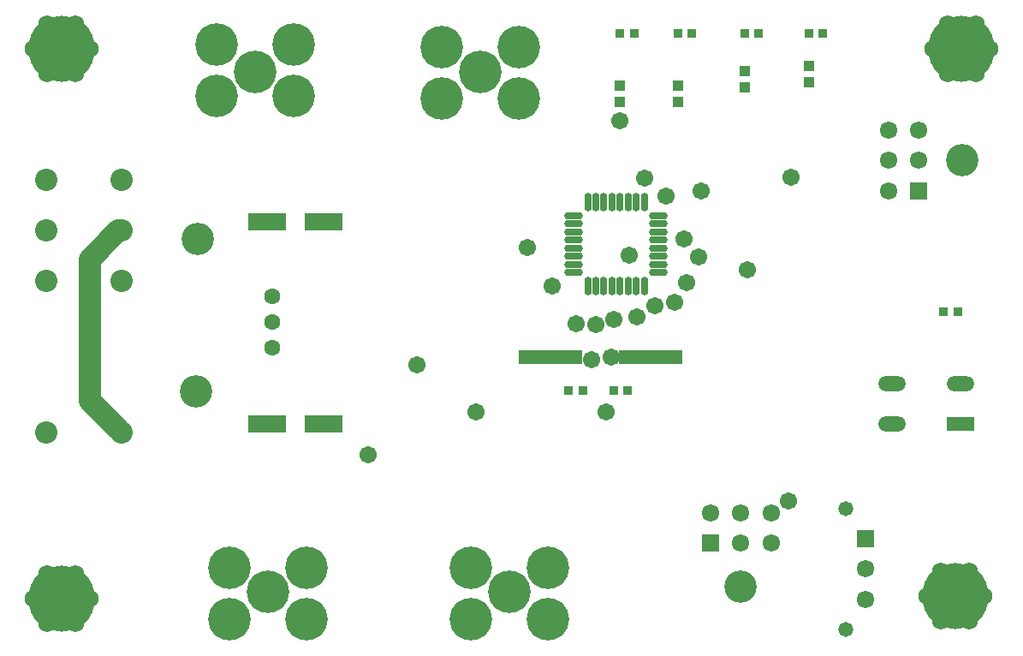
<source format=gts>
G04 Layer_Color=8388736*
%FSLAX44Y44*%
%MOMM*%
G71*
G01*
G75*
%ADD63C,2.2040*%
%ADD64R,0.9652X0.9652*%
%ADD65O,0.7532X1.8532*%
%ADD66O,1.8532X0.7532*%
%ADD67R,6.2992X1.4032*%
%ADD68R,2.7432X1.4732*%
%ADD69O,2.7432X1.4732*%
%ADD70R,1.0032X1.0032*%
%ADD71R,3.7032X1.8032*%
%ADD72C,2.2032*%
%ADD73C,1.4732*%
%ADD74R,1.7232X1.7232*%
%ADD75C,1.7232*%
%ADD76C,3.2032*%
%ADD77R,1.7232X1.7232*%
%ADD78C,2.2032*%
%ADD79C,4.2032*%
%ADD80C,1.7272*%
%ADD81C,6.5532*%
%ADD82C,3.2032*%
%ADD83C,1.6032*%
%ADD84C,1.7032*%
D63*
X590620Y1154500D02*
X619100Y1182980D01*
D64*
X1435100Y1102360D02*
D03*
X1449070D02*
D03*
X1129030Y1377950D02*
D03*
X1115060D02*
D03*
X1186180D02*
D03*
X1172210D02*
D03*
X1252220D02*
D03*
X1238250D02*
D03*
X1315720D02*
D03*
X1301750D02*
D03*
X1064260Y1024890D02*
D03*
X1078230D02*
D03*
X1122680D02*
D03*
X1108710D02*
D03*
D65*
X1083250Y1127920D02*
D03*
X1091250D02*
D03*
X1099250D02*
D03*
X1107250D02*
D03*
X1115250D02*
D03*
X1123250D02*
D03*
X1131250D02*
D03*
X1139250D02*
D03*
Y1211420D02*
D03*
X1131250D02*
D03*
X1123250D02*
D03*
X1115250D02*
D03*
X1107250D02*
D03*
X1099250D02*
D03*
X1091250D02*
D03*
X1083250D02*
D03*
D66*
X1153000Y1141670D02*
D03*
Y1149670D02*
D03*
Y1157670D02*
D03*
Y1165670D02*
D03*
Y1173670D02*
D03*
Y1181670D02*
D03*
Y1189670D02*
D03*
Y1197670D02*
D03*
X1069500D02*
D03*
Y1189670D02*
D03*
Y1181670D02*
D03*
Y1173670D02*
D03*
Y1165670D02*
D03*
Y1157670D02*
D03*
Y1149670D02*
D03*
Y1141670D02*
D03*
D67*
X1145540Y1057910D02*
D03*
X1046480D02*
D03*
D68*
X1451610Y991870D02*
D03*
D69*
X1384300D02*
D03*
X1451610Y1031240D02*
D03*
X1384300D02*
D03*
D70*
X1172210Y1310260D02*
D03*
Y1326260D02*
D03*
X1115060Y1310260D02*
D03*
Y1326260D02*
D03*
X1238250Y1324230D02*
D03*
Y1340230D02*
D03*
X1301750Y1329310D02*
D03*
Y1345310D02*
D03*
D71*
X821750Y991870D02*
D03*
X765750D02*
D03*
Y1191260D02*
D03*
X821750D02*
D03*
D72*
X590620Y1014730D02*
X618490Y986860D01*
X590620Y1014730D02*
Y1154500D01*
D73*
X1338030Y788360D02*
D03*
Y908360D02*
D03*
D74*
X1357630Y878360D02*
D03*
X1410820Y1222220D02*
D03*
D75*
X1357630Y848360D02*
D03*
Y818360D02*
D03*
X1410820Y1252220D02*
D03*
Y1282220D02*
D03*
X1380820D02*
D03*
Y1252220D02*
D03*
Y1222220D02*
D03*
X1234440Y873910D02*
D03*
X1264440D02*
D03*
Y903910D02*
D03*
X1234440D02*
D03*
X1204440D02*
D03*
D76*
X1453819Y1252220D02*
D03*
X1234440Y830910D02*
D03*
D77*
X1204440Y873910D02*
D03*
D78*
X622370Y1182980D02*
D03*
X547370Y1232980D02*
D03*
Y1132980D02*
D03*
X622370D02*
D03*
Y982980D02*
D03*
X547370D02*
D03*
Y1182980D02*
D03*
X622370Y1232980D02*
D03*
D79*
X1014730Y1313180D02*
D03*
X938530D02*
D03*
Y1363980D02*
D03*
X1014730D02*
D03*
X976630Y1339850D02*
D03*
X716280Y1366520D02*
D03*
X792480D02*
D03*
Y1315720D02*
D03*
X716280D02*
D03*
X754380Y1339850D02*
D03*
X805180Y798830D02*
D03*
X728980D02*
D03*
Y849630D02*
D03*
X805180D02*
D03*
X767080Y825500D02*
D03*
X1043940Y798830D02*
D03*
X967740D02*
D03*
Y849630D02*
D03*
X1043940D02*
D03*
X1005840Y825500D02*
D03*
D80*
X1432560Y845887D02*
D03*
X1460500D02*
D03*
X1474470Y821690D02*
D03*
X1460500Y797493D02*
D03*
X1432560D02*
D03*
X1418590Y821690D02*
D03*
X1438910Y1386907D02*
D03*
X1466850D02*
D03*
X1480820Y1362710D02*
D03*
X1466850Y1338513D02*
D03*
X1438910D02*
D03*
X1424940Y1362710D02*
D03*
X548640Y1386907D02*
D03*
X576580D02*
D03*
X590550Y1362710D02*
D03*
X576580Y1338513D02*
D03*
X548640D02*
D03*
X534670Y1362710D02*
D03*
X548640Y843347D02*
D03*
X576580D02*
D03*
X590550Y819150D02*
D03*
X576580Y794953D02*
D03*
X548640D02*
D03*
X534670Y819150D02*
D03*
D81*
X1446530Y821690D02*
D03*
X1452880Y1362710D02*
D03*
X562610D02*
D03*
Y819150D02*
D03*
D82*
X697230Y1174750D02*
D03*
X695960Y1023620D02*
D03*
D83*
X770890Y1117600D02*
D03*
Y1092200D02*
D03*
Y1066800D02*
D03*
D84*
X1281430Y915670D02*
D03*
X914400Y1050290D02*
D03*
X1071880Y1090930D02*
D03*
X1090930Y1089660D02*
D03*
X1108710Y1094740D02*
D03*
X1149350Y1108710D02*
D03*
X1131570Y1097280D02*
D03*
X1087120Y1055370D02*
D03*
X1106170Y1057910D02*
D03*
X1169090Y1112210D02*
D03*
X1178560Y1174750D02*
D03*
X1283970Y1235710D02*
D03*
X1192530Y1156970D02*
D03*
X1181100Y1131570D02*
D03*
X1195070Y1221740D02*
D03*
X1139190Y1234440D02*
D03*
X1160780Y1216660D02*
D03*
X1240790Y1144270D02*
D03*
X1123950Y1158240D02*
D03*
X1101090Y1003300D02*
D03*
X1115060Y1291590D02*
D03*
X1023620Y1165860D02*
D03*
X1047910Y1127920D02*
D03*
X972820Y1003300D02*
D03*
X866140Y961390D02*
D03*
M02*

</source>
